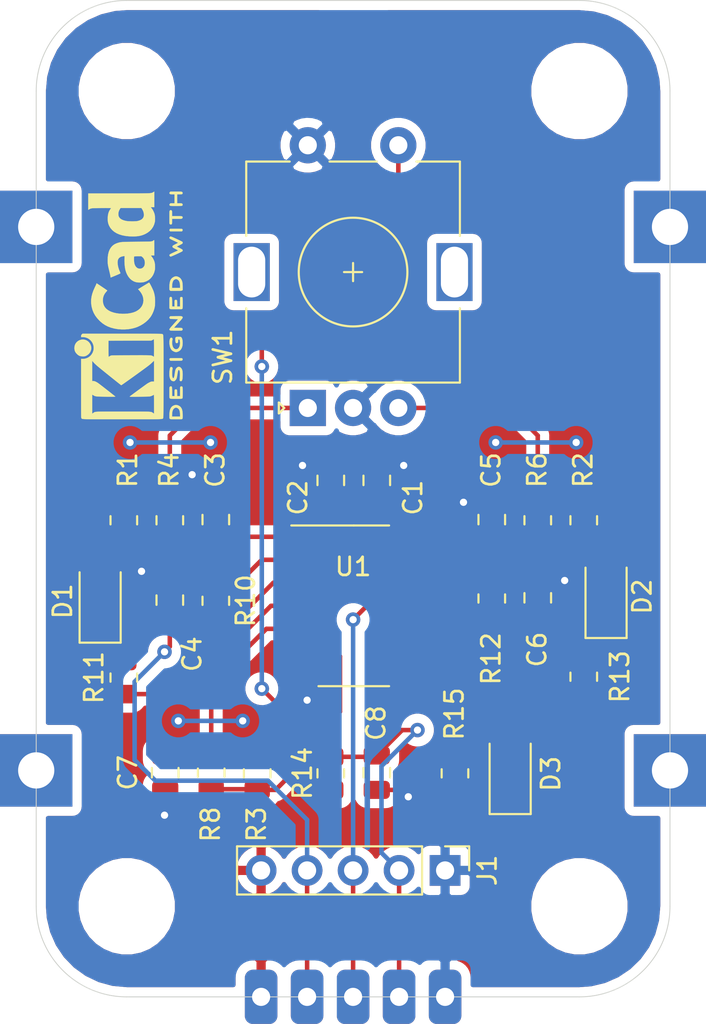
<source format=kicad_pcb>
(kicad_pcb (version 20171130) (host pcbnew 5.1.8-db9833491~88~ubuntu20.04.1)
  (layers (0 F.Cu signal) (31 B.Cu signal) (34 B.Paste user) (35 F.Paste user) (36 B.SilkS user) (37 F.SilkS user) (38 B.Mask user) (39 F.Mask user) (44 Edge.Cuts user))
  (net 0 "")
  (net 1 GND)
  (net 2 VCC)
  (net 3 1A)
  (net 4 2A)
  (net 5 3A)
  (net 6 4A)
  (net 7 5A)
  (net 8 6A)
  (net 9 "Net-(D1-Pad1)")
  (net 10 "Net-(D2-Pad1)")
  (net 11 "Net-(D3-Pad1)")
  (net 12 ROT_A)
  (net 13 ROT_B)
  (net 14 ROT_SW)
  (net 15 2Y)
  (net 16 4Y)
  (net 17 6Y)
  (net 18 1Y)
  (net 19 3Y)
  (net 20 5Y)
  (module Fiducial:Fiducial_1mm_Mask2mm (layer F.Cu) (at -7 37)
    (fp_text reference REF** hide)
    (fp_text value Fiducial_1mm_Mask2mm)
    (pad "" smd circle (at 0 0) (size 1 1) (layers F.Cu F.Mask) (clearance 0.5))
  )
  (module Fiducial:Fiducial_1mm_Mask2mm (layer F.Cu) (at 14 7)
    (fp_text reference REF** hide)
    (fp_text value Fiducial_1mm_Mask2mm)
    (pad "" smd circle (at 0 0) (size 1 1) (layers F.Cu F.Mask) (clearance 0.5))
  )
  (module Fiducial:Fiducial_1mm_Mask2mm (layer F.Cu) (at -6 -11)
    (fp_text reference REF** hide)
    (fp_text value Fiducial_1mm_Mask2mm)
    (pad "" smd circle (at 0 0) (size 1 1) (layers F.Cu F.Mask) (clearance 0.5))
  )
  (module Symbol:OSHW-Logo2_7.3x6mm_Copper (layer F.Cu) (at 0.021652 -11.655307)
    (fp_text reference REF** hide)
    (fp_text value OSHW-Logo2_7.3x6mm_Copper hide)
    (fp_poly (pts (xy -2.400256 1.919918) (xy -2.344799 1.947568) (xy -2.295852 1.99848) (xy -2.282371 2.017338) (xy -2.267686 2.042015) (xy -2.258158 2.068816) (xy -2.252707 2.104587) (xy -2.250253 2.156169) (xy -2.249714 2.224267) (xy -2.252148 2.317588) (xy -2.260606 2.387657) (xy -2.276826 2.439931) (xy -2.302546 2.479869) (xy -2.339503 2.512929) (xy -2.342218 2.514886) (xy -2.37864 2.534908) (xy -2.422498 2.544815) (xy -2.478276 2.547257) (xy -2.568952 2.547257) (xy -2.56899 2.635283) (xy -2.569834 2.684308) (xy -2.574976 2.713065) (xy -2.588413 2.730311) (xy -2.614142 2.744808) (xy -2.620321 2.747769) (xy -2.649236 2.761648) (xy -2.671624 2.770414) (xy -2.688271 2.771171) (xy -2.699964 2.761023) (xy -2.70749 2.737073) (xy -2.711634 2.696426) (xy -2.713185 2.636186) (xy -2.712929 2.553455) (xy -2.711651 2.445339) (xy -2.711252 2.413) (xy -2.709815 2.301524) (xy -2.708528 2.228603) (xy -2.569029 2.228603) (xy -2.568245 2.290499) (xy -2.56476 2.330997) (xy -2.556876 2.357708) (xy -2.542895 2.378244) (xy -2.533403 2.38826) (xy -2.494596 2.417567) (xy -2.460237 2.419952) (xy -2.424784 2.39575) (xy -2.423886 2.394857) (xy -2.409461 2.376153) (xy -2.400687 2.350732) (xy -2.396261 2.311584) (xy -2.394882 2.251697) (xy -2.394857 2.23843) (xy -2.398188 2.155901) (xy -2.409031 2.098691) (xy -2.42866 2.063766) (xy -2.45835 2.048094) (xy -2.475509 2.046514) (xy -2.516234 2.053926) (xy -2.544168 2.07833) (xy -2.560983 2.12298) (xy -2.56835 2.19113) (xy -2.569029 2.228603) (xy -2.708528 2.228603) (xy -2.708292 2.215245) (xy -2.706323 2.150333) (xy -2.70355 2.102958) (xy -2.699612 2.06929) (xy -2.694151 2.045498) (xy -2.686808 2.027753) (xy -2.677223 2.012224) (xy -2.673113 2.006381) (xy -2.618595 1.951185) (xy -2.549664 1.91989) (xy -2.469928 1.911165) (xy -2.400256 1.919918)) (layer F.Cu) (width 0.01))
    (fp_poly (pts (xy -1.283907 1.92778) (xy -1.237328 1.954723) (xy -1.204943 1.981466) (xy -1.181258 2.009484) (xy -1.164941 2.043748) (xy -1.154661 2.089227) (xy -1.149086 2.150892) (xy -1.146884 2.233711) (xy -1.146629 2.293246) (xy -1.146629 2.512391) (xy -1.208314 2.540044) (xy -1.27 2.567697) (xy -1.277257 2.32767) (xy -1.280256 2.238028) (xy -1.283402 2.172962) (xy -1.287299 2.128026) (xy -1.292553 2.09877) (xy -1.299769 2.080748) (xy -1.30955 2.069511) (xy -1.312688 2.067079) (xy -1.360239 2.048083) (xy -1.408303 2.0556) (xy -1.436914 2.075543) (xy -1.448553 2.089675) (xy -1.456609 2.10822) (xy -1.461729 2.136334) (xy -1.464559 2.179173) (xy -1.465744 2.241895) (xy -1.465943 2.307261) (xy -1.465982 2.389268) (xy -1.467386 2.447316) (xy -1.472086 2.486465) (xy -1.482013 2.51178) (xy -1.499097 2.528323) (xy -1.525268 2.541156) (xy -1.560225 2.554491) (xy -1.598404 2.569007) (xy -1.593859 2.311389) (xy -1.592029 2.218519) (xy -1.589888 2.149889) (xy -1.586819 2.100711) (xy -1.582206 2.066198) (xy -1.575432 2.041562) (xy -1.565881 2.022016) (xy -1.554366 2.00477) (xy -1.49881 1.94968) (xy -1.43102 1.917822) (xy -1.357287 1.910191) (xy -1.283907 1.92778)) (layer F.Cu) (width 0.01))
    (fp_poly (pts (xy -2.958885 1.921962) (xy -2.890855 1.957733) (xy -2.840649 2.015301) (xy -2.822815 2.052312) (xy -2.808937 2.107882) (xy -2.801833 2.178096) (xy -2.80116 2.254727) (xy -2.806573 2.329552) (xy -2.81773 2.394342) (xy -2.834286 2.440873) (xy -2.839374 2.448887) (xy -2.899645 2.508707) (xy -2.971231 2.544535) (xy -3.048908 2.55502) (xy -3.127452 2.53881) (xy -3.149311 2.529092) (xy -3.191878 2.499143) (xy -3.229237 2.459433) (xy -3.232768 2.454397) (xy -3.247119 2.430124) (xy -3.256606 2.404178) (xy -3.26221 2.370022) (xy -3.264914 2.321119) (xy -3.265701 2.250935) (xy -3.265714 2.2352) (xy -3.265678 2.230192) (xy -3.120571 2.230192) (xy -3.119727 2.29643) (xy -3.116404 2.340386) (xy -3.109417 2.368779) (xy -3.097584 2.388325) (xy -3.091543 2.394857) (xy -3.056814 2.41968) (xy -3.023097 2.418548) (xy -2.989005 2.397016) (xy -2.968671 2.374029) (xy -2.956629 2.340478) (xy -2.949866 2.287569) (xy -2.949402 2.281399) (xy -2.948248 2.185513) (xy -2.960312 2.114299) (xy -2.98543 2.068194) (xy -3.02344 2.047635) (xy -3.037008 2.046514) (xy -3.072636 2.052152) (xy -3.097006 2.071686) (xy -3.111907 2.109042) (xy -3.119125 2.16815) (xy -3.120571 2.230192) (xy -3.265678 2.230192) (xy -3.265174 2.160413) (xy -3.262904 2.108159) (xy -3.257932 2.071949) (xy -3.249287 2.045299) (xy -3.235995 2.021722) (xy -3.233057 2.017338) (xy -3.183687 1.958249) (xy -3.129891 1.923947) (xy -3.064398 1.910331) (xy -3.042158 1.909665) (xy -2.958885 1.921962)) (layer F.Cu) (width 0.01))
    (fp_poly (pts (xy -1.831697 1.931239) (xy -1.774473 1.969735) (xy -1.730251 2.025335) (xy -1.703833 2.096086) (xy -1.69849 2.148162) (xy -1.699097 2.169893) (xy -1.704178 2.186531) (xy -1.718145 2.201437) (xy -1.745411 2.217973) (xy -1.790388 2.239498) (xy -1.857489 2.269374) (xy -1.857829 2.269524) (xy -1.919593 2.297813) (xy -1.970241 2.322933) (xy -2.004596 2.342179) (xy -2.017482 2.352848) (xy -2.017486 2.352934) (xy -2.006128 2.376166) (xy -1.979569 2.401774) (xy -1.949077 2.420221) (xy -1.93363 2.423886) (xy -1.891485 2.411212) (xy -1.855192 2.379471) (xy -1.837483 2.344572) (xy -1.820448 2.318845) (xy -1.787078 2.289546) (xy -1.747851 2.264235) (xy -1.713244 2.250471) (xy -1.706007 2.249714) (xy -1.697861 2.26216) (xy -1.69737 2.293972) (xy -1.703357 2.336866) (xy -1.714643 2.382558) (xy -1.73005 2.422761) (xy -1.730829 2.424322) (xy -1.777196 2.489062) (xy -1.837289 2.533097) (xy -1.905535 2.554711) (xy -1.976362 2.552185) (xy -2.044196 2.523804) (xy -2.047212 2.521808) (xy -2.100573 2.473448) (xy -2.13566 2.410352) (xy -2.155078 2.327387) (xy -2.157684 2.304078) (xy -2.162299 2.194055) (xy -2.156767 2.142748) (xy -2.017486 2.142748) (xy -2.015676 2.174753) (xy -2.005778 2.184093) (xy -1.981102 2.177105) (xy -1.942205 2.160587) (xy -1.898725 2.139881) (xy -1.897644 2.139333) (xy -1.860791 2.119949) (xy -1.846 2.107013) (xy -1.849647 2.093451) (xy -1.865005 2.075632) (xy -1.904077 2.049845) (xy -1.946154 2.04795) (xy -1.983897 2.066717) (xy -2.009966 2.102915) (xy -2.017486 2.142748) (xy -2.156767 2.142748) (xy -2.152806 2.106027) (xy -2.12845 2.036212) (xy -2.094544 1.987302) (xy -2.033347 1.937878) (xy -1.965937 1.913359) (xy -1.89712 1.911797) (xy -1.831697 1.931239)) (layer F.Cu) (width 0.01))
    (fp_poly (pts (xy -0.624114 1.851289) (xy -0.619861 1.910613) (xy -0.614975 1.945572) (xy -0.608205 1.96082) (xy -0.598298 1.961015) (xy -0.595086 1.959195) (xy -0.552356 1.946015) (xy -0.496773 1.946785) (xy -0.440263 1.960333) (xy -0.404918 1.977861) (xy -0.368679 2.005861) (xy -0.342187 2.037549) (xy -0.324001 2.077813) (xy -0.312678 2.131543) (xy -0.306778 2.203626) (xy -0.304857 2.298951) (xy -0.304823 2.317237) (xy -0.3048 2.522646) (xy -0.350509 2.53858) (xy -0.382973 2.54942) (xy -0.400785 2.554468) (xy -0.401309 2.554514) (xy -0.403063 2.540828) (xy -0.404556 2.503076) (xy -0.405674 2.446224) (xy -0.406303 2.375234) (xy -0.4064 2.332073) (xy -0.406602 2.246973) (xy -0.407642 2.185981) (xy -0.410169 2.144177) (xy -0.414836 2.116642) (xy -0.422293 2.098456) (xy -0.433189 2.084698) (xy -0.439993 2.078073) (xy -0.486728 2.051375) (xy -0.537728 2.049375) (xy -0.583999 2.071955) (xy -0.592556 2.080107) (xy -0.605107 2.095436) (xy -0.613812 2.113618) (xy -0.619369 2.139909) (xy -0.622474 2.179562) (xy -0.623824 2.237832) (xy -0.624114 2.318173) (xy -0.624114 2.522646) (xy -0.669823 2.53858) (xy -0.702287 2.54942) (xy -0.720099 2.554468) (xy -0.720623 2.554514) (xy -0.721963 2.540623) (xy -0.723172 2.501439) (xy -0.724199 2.4407) (xy -0.724998 2.362141) (xy -0.725519 2.269498) (xy -0.725714 2.166509) (xy -0.725714 1.769342) (xy -0.678543 1.749444) (xy -0.631371 1.729547) (xy -0.624114 1.851289)) (layer F.Cu) (width 0.01))
    (fp_poly (pts (xy 0.039744 1.950968) (xy 0.096616 1.972087) (xy 0.097267 1.972493) (xy 0.13244 1.99838) (xy 0.158407 2.028633) (xy 0.17667 2.068058) (xy 0.188732 2.121462) (xy 0.196096 2.193651) (xy 0.200264 2.289432) (xy 0.200629 2.303078) (xy 0.205876 2.508842) (xy 0.161716 2.531678) (xy 0.129763 2.54711) (xy 0.11047 2.554423) (xy 0.109578 2.554514) (xy 0.106239 2.541022) (xy 0.103587 2.504626) (xy 0.101956 2.451452) (xy 0.1016 2.408393) (xy 0.101592 2.338641) (xy 0.098403 2.294837) (xy 0.087288 2.273944) (xy 0.063501 2.272925) (xy 0.022296 2.288741) (xy -0.039914 2.317815) (xy -0.085659 2.341963) (xy -0.109187 2.362913) (xy -0.116104 2.385747) (xy -0.116114 2.386877) (xy -0.104701 2.426212) (xy -0.070908 2.447462) (xy -0.019191 2.450539) (xy 0.018061 2.450006) (xy 0.037703 2.460735) (xy 0.049952 2.486505) (xy 0.057002 2.519337) (xy 0.046842 2.537966) (xy 0.043017 2.540632) (xy 0.007001 2.55134) (xy -0.043434 2.552856) (xy -0.095374 2.545759) (xy -0.132178 2.532788) (xy -0.183062 2.489585) (xy -0.211986 2.429446) (xy -0.217714 2.382462) (xy -0.213343 2.340082) (xy -0.197525 2.305488) (xy -0.166203 2.274763) (xy -0.115322 2.24399) (xy -0.040824 2.209252) (xy -0.036286 2.207288) (xy 0.030821 2.176287) (xy 0.072232 2.150862) (xy 0.089981 2.128014) (xy 0.086107 2.104745) (xy 0.062643 2.078056) (xy 0.055627 2.071914) (xy 0.00863 2.0481) (xy -0.040067 2.049103) (xy -0.082478 2.072451) (xy -0.110616 2.115675) (xy -0.113231 2.12416) (xy -0.138692 2.165308) (xy -0.170999 2.185128) (xy -0.217714 2.20477) (xy -0.217714 2.15395) (xy -0.203504 2.080082) (xy -0.161325 2.012327) (xy -0.139376 1.989661) (xy -0.089483 1.960569) (xy -0.026033 1.9474) (xy 0.039744 1.950968)) (layer F.Cu) (width 0.01))
    (fp_poly (pts (xy 0.529926 1.949755) (xy 0.595858 1.974084) (xy 0.649273 2.017117) (xy 0.670164 2.047409) (xy 0.692939 2.102994) (xy 0.692466 2.143186) (xy 0.668562 2.170217) (xy 0.659717 2.174813) (xy 0.62153 2.189144) (xy 0.602028 2.185472) (xy 0.595422 2.161407) (xy 0.595086 2.148114) (xy 0.582992 2.09921) (xy 0.551471 2.064999) (xy 0.507659 2.048476) (xy 0.458695 2.052634) (xy 0.418894 2.074227) (xy 0.40545 2.086544) (xy 0.395921 2.101487) (xy 0.389485 2.124075) (xy 0.385317 2.159328) (xy 0.382597 2.212266) (xy 0.380502 2.287907) (xy 0.37996 2.311857) (xy 0.377981 2.39379) (xy 0.375731 2.451455) (xy 0.372357 2.489608) (xy 0.367006 2.513004) (xy 0.358824 2.526398) (xy 0.346959 2.534545) (xy 0.339362 2.538144) (xy 0.307102 2.550452) (xy 0.288111 2.554514) (xy 0.281836 2.540948) (xy 0.278006 2.499934) (xy 0.2766 2.430999) (xy 0.277598 2.333669) (xy 0.277908 2.318657) (xy 0.280101 2.229859) (xy 0.282693 2.165019) (xy 0.286382 2.119067) (xy 0.291864 2.086935) (xy 0.299835 2.063553) (xy 0.310993 2.043852) (xy 0.31683 2.03541) (xy 0.350296 1.998057) (xy 0.387727 1.969003) (xy 0.392309 1.966467) (xy 0.459426 1.946443) (xy 0.529926 1.949755)) (layer F.Cu) (width 0.01))
    (fp_poly (pts (xy 1.190117 2.065358) (xy 1.189933 2.173837) (xy 1.189219 2.257287) (xy 1.187675 2.319704) (xy 1.185001 2.365085) (xy 1.180894 2.397429) (xy 1.175055 2.420733) (xy 1.167182 2.438995) (xy 1.161221 2.449418) (xy 1.111855 2.505945) (xy 1.049264 2.541377) (xy 0.980013 2.55409) (xy 0.910668 2.542463) (xy 0.869375 2.521568) (xy 0.826025 2.485422) (xy 0.796481 2.441276) (xy 0.778655 2.383462) (xy 0.770463 2.306313) (xy 0.769302 2.249714) (xy 0.769458 2.245647) (xy 0.870857 2.245647) (xy 0.871476 2.31055) (xy 0.874314 2.353514) (xy 0.88084 2.381622) (xy 0.892523 2.401953) (xy 0.906483 2.417288) (xy 0.953365 2.44689) (xy 1.003701 2.449419) (xy 1.051276 2.424705) (xy 1.054979 2.421356) (xy 1.070783 2.403935) (xy 1.080693 2.383209) (xy 1.086058 2.352362) (xy 1.088228 2.304577) (xy 1.088571 2.251748) (xy 1.087827 2.185381) (xy 1.084748 2.141106) (xy 1.078061 2.112009) (xy 1.066496 2.091173) (xy 1.057013 2.080107) (xy 1.01296 2.052198) (xy 0.962224 2.048843) (xy 0.913796 2.070159) (xy 0.90445 2.078073) (xy 0.88854 2.095647) (xy 0.87861 2.116587) (xy 0.873278 2.147782) (xy 0.871163 2.196122) (xy 0.870857 2.245647) (xy 0.769458 2.245647) (xy 0.77281 2.158568) (xy 0.784726 2.090086) (xy 0.807135 2.0386) (xy 0.842124 1.998443) (xy 0.869375 1.977861) (xy 0.918907 1.955625) (xy 0.976316 1.945304) (xy 1.029682 1.948067) (xy 1.059543 1.959212) (xy 1.071261 1.962383) (xy 1.079037 1.950557) (xy 1.084465 1.918866) (xy 1.088571 1.870593) (xy 1.093067 1.816829) (xy 1.099313 1.784482) (xy 1.110676 1.765985) (xy 1.130528 1.75377) (xy 1.143 1.748362) (xy 1.190171 1.728601) (xy 1.190117 2.065358)) (layer F.Cu) (width 0.01))
    (fp_poly (pts (xy 1.779833 1.958663) (xy 1.782048 1.99685) (xy 1.783784 2.054886) (xy 1.784899 2.12818) (xy 1.785257 2.205055) (xy 1.785257 2.465196) (xy 1.739326 2.511127) (xy 1.707675 2.539429) (xy 1.67989 2.550893) (xy 1.641915 2.550168) (xy 1.62684 2.548321) (xy 1.579726 2.542948) (xy 1.540756 2.539869) (xy 1.531257 2.539585) (xy 1.499233 2.541445) (xy 1.453432 2.546114) (xy 1.435674 2.548321) (xy 1.392057 2.551735) (xy 1.362745 2.54432) (xy 1.33368 2.521427) (xy 1.323188 2.511127) (xy 1.277257 2.465196) (xy 1.277257 1.978602) (xy 1.314226 1.961758) (xy 1.346059 1.949282) (xy 1.364683 1.944914) (xy 1.369458 1.958718) (xy 1.373921 1.997286) (xy 1.377775 2.056356) (xy 1.380722 2.131663) (xy 1.382143 2.195286) (xy 1.386114 2.445657) (xy 1.420759 2.450556) (xy 1.452268 2.447131) (xy 1.467708 2.436041) (xy 1.472023 2.415308) (xy 1.475708 2.371145) (xy 1.478469 2.309146) (xy 1.480012 2.234909) (xy 1.480235 2.196706) (xy 1.480457 1.976783) (xy 1.526166 1.960849) (xy 1.558518 1.950015) (xy 1.576115 1.944962) (xy 1.576623 1.944914) (xy 1.578388 1.958648) (xy 1.580329 1.99673) (xy 1.582282 2.054482) (xy 1.584084 2.127227) (xy 1.585343 2.195286) (xy 1.589314 2.445657) (xy 1.6764 2.445657) (xy 1.680396 2.21724) (xy 1.684392 1.988822) (xy 1.726847 1.966868) (xy 1.758192 1.951793) (xy 1.776744 1.944951) (xy 1.777279 1.944914) (xy 1.779833 1.958663)) (layer F.Cu) (width 0.01))
    (fp_poly (pts (xy 2.144876 1.956335) (xy 2.186667 1.975344) (xy 2.219469 1.998378) (xy 2.243503 2.024133) (xy 2.260097 2.057358) (xy 2.270577 2.1028) (xy 2.276271 2.165207) (xy 2.278507 2.249327) (xy 2.278743 2.304721) (xy 2.278743 2.520826) (xy 2.241774 2.53767) (xy 2.212656 2.549981) (xy 2.198231 2.554514) (xy 2.195472 2.541025) (xy 2.193282 2.504653) (xy 2.191942 2.451542) (xy 2.191657 2.409372) (xy 2.190434 2.348447) (xy 2.187136 2.300115) (xy 2.182321 2.270518) (xy 2.178496 2.264229) (xy 2.152783 2.270652) (xy 2.112418 2.287125) (xy 2.065679 2.309458) (xy 2.020845 2.333457) (xy 1.986193 2.35493) (xy 1.970002 2.369685) (xy 1.969938 2.369845) (xy 1.97133 2.397152) (xy 1.983818 2.423219) (xy 2.005743 2.444392) (xy 2.037743 2.451474) (xy 2.065092 2.450649) (xy 2.103826 2.450042) (xy 2.124158 2.459116) (xy 2.136369 2.483092) (xy 2.137909 2.487613) (xy 2.143203 2.521806) (xy 2.129047 2.542568) (xy 2.092148 2.552462) (xy 2.052289 2.554292) (xy 1.980562 2.540727) (xy 1.943432 2.521355) (xy 1.897576 2.475845) (xy 1.873256 2.419983) (xy 1.871073 2.360957) (xy 1.891629 2.305953) (xy 1.922549 2.271486) (xy 1.95342 2.252189) (xy 2.001942 2.227759) (xy 2.058485 2.202985) (xy 2.06791 2.199199) (xy 2.130019 2.171791) (xy 2.165822 2.147634) (xy 2.177337 2.123619) (xy 2.16658 2.096635) (xy 2.148114 2.075543) (xy 2.104469 2.049572) (xy 2.056446 2.047624) (xy 2.012406 2.067637) (xy 1.980709 2.107551) (xy 1.976549 2.117848) (xy 1.952327 2.155724) (xy 1.916965 2.183842) (xy 1.872343 2.206917) (xy 1.872343 2.141485) (xy 1.874969 2.101506) (xy 1.88623 2.069997) (xy 1.911199 2.036378) (xy 1.935169 2.010484) (xy 1.972441 1.973817) (xy 2.001401 1.954121) (xy 2.032505 1.94622) (xy 2.067713 1.944914) (xy 2.144876 1.956335)) (layer F.Cu) (width 0.01))
    (fp_poly (pts (xy 2.6526 1.958752) (xy 2.669948 1.966334) (xy 2.711356 1.999128) (xy 2.746765 2.046547) (xy 2.768664 2.097151) (xy 2.772229 2.122098) (xy 2.760279 2.156927) (xy 2.734067 2.175357) (xy 2.705964 2.186516) (xy 2.693095 2.188572) (xy 2.686829 2.173649) (xy 2.674456 2.141175) (xy 2.669028 2.126502) (xy 2.63859 2.075744) (xy 2.59452 2.050427) (xy 2.53801 2.051206) (xy 2.533825 2.052203) (xy 2.503655 2.066507) (xy 2.481476 2.094393) (xy 2.466327 2.139287) (xy 2.45725 2.204615) (xy 2.453286 2.293804) (xy 2.452914 2.341261) (xy 2.45273 2.416071) (xy 2.451522 2.467069) (xy 2.448309 2.499471) (xy 2.442109 2.518495) (xy 2.43194 2.529356) (xy 2.416819 2.537272) (xy 2.415946 2.53767) (xy 2.386828 2.549981) (xy 2.372403 2.554514) (xy 2.370186 2.540809) (xy 2.368289 2.502925) (xy 2.366847 2.445715) (xy 2.365998 2.374027) (xy 2.365829 2.321565) (xy 2.366692 2.220047) (xy 2.37007 2.143032) (xy 2.377142 2.086023) (xy 2.389088 2.044526) (xy 2.40709 2.014043) (xy 2.432327 1.99008) (xy 2.457247 1.973355) (xy 2.517171 1.951097) (xy 2.586911 1.946076) (xy 2.6526 1.958752)) (layer F.Cu) (width 0.01))
    (fp_poly (pts (xy 3.153595 1.966966) (xy 3.211021 2.004497) (xy 3.238719 2.038096) (xy 3.260662 2.099064) (xy 3.262405 2.147308) (xy 3.258457 2.211816) (xy 3.109686 2.276934) (xy 3.037349 2.310202) (xy 2.990084 2.336964) (xy 2.965507 2.360144) (xy 2.961237 2.382667) (xy 2.974889 2.407455) (xy 2.989943 2.423886) (xy 3.033746 2.450235) (xy 3.081389 2.452081) (xy 3.125145 2.431546) (xy 3.157289 2.390752) (xy 3.163038 2.376347) (xy 3.190576 2.331356) (xy 3.222258 2.312182) (xy 3.265714 2.295779) (xy 3.265714 2.357966) (xy 3.261872 2.400283) (xy 3.246823 2.435969) (xy 3.21528 2.476943) (xy 3.210592 2.482267) (xy 3.175506 2.51872) (xy 3.145347 2.538283) (xy 3.107615 2.547283) (xy 3.076335 2.55023) (xy 3.020385 2.550965) (xy 2.980555 2.54166) (xy 2.955708 2.527846) (xy 2.916656 2.497467) (xy 2.889625 2.464613) (xy 2.872517 2.423294) (xy 2.863238 2.367521) (xy 2.859693 2.291305) (xy 2.85941 2.252622) (xy 2.860372 2.206247) (xy 2.948007 2.206247) (xy 2.949023 2.231126) (xy 2.951556 2.2352) (xy 2.968274 2.229665) (xy 3.004249 2.215017) (xy 3.052331 2.19419) (xy 3.062386 2.189714) (xy 3.123152 2.158814) (xy 3.156632 2.131657) (xy 3.16399 2.10622) (xy 3.146391 2.080481) (xy 3.131856 2.069109) (xy 3.07941 2.046364) (xy 3.030322 2.050122) (xy 2.989227 2.077884) (xy 2.960758 2.127152) (xy 2.951631 2.166257) (xy 2.948007 2.206247) (xy 2.860372 2.206247) (xy 2.861285 2.162249) (xy 2.868196 2.095384) (xy 2.881884 2.046695) (xy 2.904096 2.010849) (xy 2.936574 1.982513) (xy 2.950733 1.973355) (xy 3.015053 1.949507) (xy 3.085473 1.948006) (xy 3.153595 1.966966)) (layer F.Cu) (width 0.01))
    (fp_poly (pts (xy 0.10391 -2.757652) (xy 0.182454 -2.757222) (xy 0.239298 -2.756058) (xy 0.278105 -2.753793) (xy 0.302538 -2.75006) (xy 0.316262 -2.744494) (xy 0.32294 -2.736727) (xy 0.326236 -2.726395) (xy 0.326556 -2.725057) (xy 0.331562 -2.700921) (xy 0.340829 -2.653299) (xy 0.353392 -2.587259) (xy 0.368287 -2.507872) (xy 0.384551 -2.420204) (xy 0.385119 -2.417125) (xy 0.40141 -2.331211) (xy 0.416652 -2.255304) (xy 0.429861 -2.193955) (xy 0.440054 -2.151718) (xy 0.446248 -2.133145) (xy 0.446543 -2.132816) (xy 0.464788 -2.123747) (xy 0.502405 -2.108633) (xy 0.551271 -2.090738) (xy 0.551543 -2.090642) (xy 0.613093 -2.067507) (xy 0.685657 -2.038035) (xy 0.754057 -2.008403) (xy 0.757294 -2.006938) (xy 0.868702 -1.956374) (xy 1.115399 -2.12484) (xy 1.191077 -2.176197) (xy 1.259631 -2.222111) (xy 1.317088 -2.25997) (xy 1.359476 -2.287163) (xy 1.382825 -2.301079) (xy 1.385042 -2.302111) (xy 1.40201 -2.297516) (xy 1.433701 -2.275345) (xy 1.481352 -2.234553) (xy 1.546198 -2.174095) (xy 1.612397 -2.109773) (xy 1.676214 -2.046388) (xy 1.733329 -1.988549) (xy 1.780305 -1.939825) (xy 1.813703 -1.90379) (xy 1.830085 -1.884016) (xy 1.830694 -1.882998) (xy 1.832505 -1.869428) (xy 1.825683 -1.847267) (xy 1.80854 -1.813522) (xy 1.779393 -1.7652) (xy 1.736555 -1.699308) (xy 1.679448 -1.614483) (xy 1.628766 -1.539823) (xy 1.583461 -1.47286) (xy 1.54615 -1.417484) (xy 1.519452 -1.37758) (xy 1.505985 -1.357038) (xy 1.505137 -1.355644) (xy 1.506781 -1.335962) (xy 1.519245 -1.297707) (xy 1.540048 -1.248111) (xy 1.547462 -1.232272) (xy 1.579814 -1.16171) (xy 1.614328 -1.081647) (xy 1.642365 -1.012371) (xy 1.662568 -0.960955) (xy 1.678615 -0.921881) (xy 1.687888 -0.901459) (xy 1.689041 -0.899886) (xy 1.706096 -0.897279) (xy 1.746298 -0.890137) (xy 1.804302 -0.879477) (xy 1.874763 -0.866315) (xy 1.952335 -0.851667) (xy 2.031672 -0.836551) (xy 2.107431 -0.821982) (xy 2.174264 -0.808978) (xy 2.226828 -0.798555) (xy 2.259776 -0.79173) (xy 2.267857 -0.789801) (xy 2.276205 -0.785038) (xy 2.282506 -0.774282) (xy 2.287045 -0.753902) (xy 2.290104 -0.720266) (xy 2.291967 -0.669745) (xy 2.292918 -0.598708) (xy 2.29324 -0.503524) (xy 2.293257 -0.464508) (xy 2.293257 -0.147201) (xy 2.217057 -0.132161) (xy 2.174663 -0.124005) (xy 2.1114 -0.112101) (xy 2.034962 -0.097884) (xy 1.953043 -0.08279) (xy 1.9304 -0.078645) (xy 1.854806 -0.063947) (xy 1.788953 -0.049495) (xy 1.738366 -0.036625) (xy 1.708574 -0.026678) (xy 1.703612 -0.023713) (xy 1.691426 -0.002717) (xy 1.673953 0.037967) (xy 1.654577 0.090322) (xy 1.650734 0.1016) (xy 1.625339 0.171523) (xy 1.593817 0.250418) (xy 1.562969 0.321266) (xy 1.562817 0.321595) (xy 1.511447 0.432733) (xy 1.680399 0.681253) (xy 1.849352 0.929772) (xy 1.632429 1.147058) (xy 1.566819 1.211726) (xy 1.506979 1.268733) (xy 1.456267 1.315033) (xy 1.418046 1.347584) (xy 1.395675 1.363343) (xy 1.392466 1.364343) (xy 1.373626 1.356469) (xy 1.33518 1.334578) (xy 1.28133 1.301267) (xy 1.216276 1.259131) (xy 1.14594 1.211943) (xy 1.074555 1.16381) (xy 1.010908 1.121928) (xy 0.959041 1.088871) (xy 0.922995 1.067218) (xy 0.906867 1.059543) (xy 0.887189 1.066037) (xy 0.849875 1.08315) (xy 0.802621 1.107326) (xy 0.797612 1.110013) (xy 0.733977 1.141927) (xy 0.690341 1.157579) (xy 0.663202 1.157745) (xy 0.649057 1.143204) (xy 0.648975 1.143) (xy 0.641905 1.125779) (xy 0.625042 1.084899) (xy 0.599695 1.023525) (xy 0.567171 0.944819) (xy 0.528778 0.851947) (xy 0.485822 0.748072) (xy 0.444222 0.647502) (xy 0.398504 0.536516) (xy 0.356526 0.433703) (xy 0.319548 0.342215) (xy 0.288827 0.265201) (xy 0.265622 0.205815) (xy 0.25119 0.167209) (xy 0.246743 0.1528) (xy 0.257896 0.136272) (xy 0.287069 0.10993) (xy 0.325971 0.080887) (xy 0.436757 -0.010961) (xy 0.523351 -0.116241) (xy 0.584716 -0.232734) (xy 0.619815 -0.358224) (xy 0.627608 -0.490493) (xy 0.621943 -0.551543) (xy 0.591078 -0.678205) (xy 0.53792 -0.790059) (xy 0.465767 -0.885999) (xy 0.377917 -0.964924) (xy 0.277665 -1.02573) (xy 0.16831 -1.067313) (xy 0.053147 -1.088572) (xy -0.064525 -1.088401) (xy -0.18141 -1.065699) (xy -0.294211 -1.019362) (xy -0.399631 -0.948287) (xy -0.443632 -0.908089) (xy -0.528021 -0.804871) (xy -0.586778 -0.692075) (xy -0.620296 -0.57299) (xy -0.628965 -0.450905) (xy -0.613177 -0.329107) (xy -0.573322 -0.210884) (xy -0.509793 -0.099525) (xy -0.422979 0.001684) (xy -0.325971 0.080887) (xy -0.285563 0.111162) (xy -0.257018 0.137219) (xy -0.246743 0.152825) (xy -0.252123 0.169843) (xy -0.267425 0.2105) (xy -0.291388 0.271642) (xy -0.322756 0.350119) (xy -0.360268 0.44278) (xy -0.402667 0.546472) (xy -0.444337 0.647526) (xy -0.49031 0.758607) (xy -0.532893 0.861541) (xy -0.570779 0.953165) (xy -0.60266 1.030316) (xy -0.627229 1.089831) (xy -0.64318 1.128544) (xy -0.64909 1.143) (xy -0.663052 1.157685) (xy -0.69006 1.157642) (xy -0.733587 1.142099) (xy -0.79711 1.110284) (xy -0.797612 1.110013) (xy -0.84544 1.085323) (xy -0.884103 1.067338) (xy -0.905905 1.059614) (xy -0.906867 1.059543) (xy -0.923279 1.067378) (xy -0.959513 1.089165) (xy -1.011526 1.122328) (xy -1.075275 1.164291) (xy -1.14594 1.211943) (xy -1.217884 1.260191) (xy -1.282726 1.302151) (xy -1.336265 1.335227) (xy -1.374303 1.356821) (xy -1.392467 1.364343) (xy -1.409192 1.354457) (xy -1.44282 1.326826) (xy -1.48999 1.284495) (xy -1.547342 1.230505) (xy -1.611516 1.167899) (xy -1.632503 1.146983) (xy -1.849501 0.929623) (xy -1.684332 0.68722) (xy -1.634136 0.612781) (xy -1.590081 0.545972) (xy -1.554638 0.490665) (xy -1.530281 0.450729) (xy -1.519478 0.430036) (xy -1.519162 0.428563) (xy -1.524857 0.409058) (xy -1.540174 0.369822) (xy -1.562463 0.31743) (xy -1.578107 0.282355) (xy -1.607359 0.215201) (xy -1.634906 0.147358) (xy -1.656263 0.090034) (xy -1.662065 0.072572) (xy -1.678548 0.025938) (xy -1.69466 -0.010095) (xy -1.70351 -0.023713) (xy -1.72304 -0.032048) (xy -1.765666 -0.043863) (xy -1.825855 -0.057819) (xy -1.898078 -0.072578) (xy -1.9304 -0.078645) (xy -2.012478 -0.093727) (xy -2.091205 -0.108331) (xy -2.158891 -0.12102) (xy -2.20784 -0.130358) (xy -2.217057 -0.132161) (xy -2.293257 -0.147201) (xy -2.293257 -0.464508) (xy -2.293086 -0.568846) (xy -2.292384 -0.647787) (xy -2.290866 -0.704962) (xy -2.288251 -0.744001) (xy -2.284254 -0.768535) (xy -2.278591 -0.782195) (xy -2.27098 -0.788611) (xy -2.267857 -0.789801) (xy -2.249022 -0.79402) (xy -2.207412 -0.802438) (xy -2.14837 -0.814039) (xy -2.077243 -0.827805) (xy -1.999375 -0.84272) (xy -1.920113 -0.857768) (xy -1.844802 -0.871931) (xy -1.778787 -0.884194) (xy -1.727413 -0.893539) (xy -1.696025 -0.89895) (xy -1.689041 -0.899886) (xy -1.682715 -0.912404) (xy -1.66871 -0.945754) (xy -1.649645 -0.993623) (xy -1.642366 -1.012371) (xy -1.613004 -1.084805) (xy -1.578429 -1.16483) (xy -1.547463 -1.232272) (xy -1.524677 -1.283841) (xy -1.509518 -1.326215) (xy -1.504458 -1.352166) (xy -1.505264 -1.355644) (xy -1.515959 -1.372064) (xy -1.54038 -1.408583) (xy -1.575905 -1.461313) (xy -1.619913 -1.526365) (xy -1.669783 -1.599849) (xy -1.679644 -1.614355) (xy -1.737508 -1.700296) (xy -1.780044 -1.765739) (xy -1.808946 -1.813696) (xy -1.82591 -1.84718) (xy -1.832633 -1.869205) (xy -1.83081 -1.882783) (xy -1.830764 -1.882869) (xy -1.816414 -1.900703) (xy -1.784677 -1.935183) (xy -1.73899 -1.982732) (xy -1.682796 -2.039778) (xy -1.619532 -2.102745) (xy -1.612398 -2.109773) (xy -1.53267 -2.18698) (xy -1.471143 -2.24367) (xy -1.426579 -2.28089) (xy -1.397743 -2.299685) (xy -1.385042 -2.302111) (xy -1.366506 -2.291529) (xy -1.328039 -2.267084) (xy -1.273614 -2.231388) (xy -1.207202 -2.187053) (xy -1.132775 -2.136689) (xy -1.115399 -2.12484) (xy -0.868703 -1.956374) (xy -0.757294 -2.006938) (xy -0.689543 -2.036405) (xy -0.616817 -2.066041) (xy -0.554297 -2.08967) (xy -0.551543 -2.090642) (xy -0.50264 -2.108543) (xy -0.464943 -2.12368) (xy -0.446575 -2.13279) (xy -0.446544 -2.132816) (xy -0.440715 -2.149283) (xy -0.430808 -2.189781) (xy -0.417805 -2.249758) (xy -0.402691 -2.32466) (xy -0.386448 -2.409936) (xy -0.385119 -2.417125) (xy -0.368825 -2.504986) (xy -0.353867 -2.58474) (xy -0.341209 -2.651319) (xy -0.331814 -2.699653) (xy -0.326646 -2.724675) (xy -0.326556 -2.725057) (xy -0.323411 -2.735701) (xy -0.317296 -2.743738) (xy -0.304547 -2.749533) (xy -0.2815 -2.753453) (xy -0.244491 -2.755865) (xy -0.189856 -2.757135) (xy -0.113933 -2.757629) (xy -0.013056 -2.757714) (xy 0 -2.757714) (xy 0.10391 -2.757652)) (layer F.Cu) (width 0.01))
  )
  (module Symbol:KiCad-Logo2_5mm_SilkScreen (layer F.Cu) (at -12.413223 1.839669 90)
    (fp_text reference REF** hide)
    (fp_text value KiCad-Logo2_5mm_SilkScreen hide)
  )
  (module tc-lib:pad_castellated_pcbmount (layer F.Cu) (at -17.5 -2.5)
    (fp_text reference REF** hide)
    (fp_text value pad_castellated_pcbmount hide)
    (pad 1 thru_hole rect (at 0 0) (size 4 4) (drill 2) (layers *.Cu *.Mask))
  )
  (module tc-lib:pad_castellated_pcbmount (layer F.Cu) (at 17.5 -2.5)
    (fp_text reference REF** hide)
    (fp_text value pad_castellated_pcbmount hide)
    (pad 1 thru_hole rect (at 0 0) (size 4 4) (drill 2) (layers *.Cu *.Mask))
  )
  (module tc-lib:pad_castellated_pcbmount (layer F.Cu) (at -17.5 27.5)
    (fp_text reference REF** hide)
    (fp_text value pad_castellated_pcbmount hide)
    (pad 1 thru_hole rect (at 0 0) (size 4 4) (drill 2) (layers *.Cu *.Mask))
  )
  (module tc-lib:pad_castellated_pcbmount (layer F.Cu) (at 17.5 27.5)
    (fp_text reference REF** hide)
    (fp_text value pad_castellated_pcbmount hide)
    (pad 1 thru_hole rect (at 0 0) (size 4 4) (drill 2) (layers *.Cu *.Mask))
  )
  (module LED_SMD:LED_1206_3216Metric (layer F.Cu) (at 8.6741 27.625 90)
    (fp_text reference D3 (at -0.061 2.2479 90) (layer F.SilkS))
    (fp_text value LED)
    (pad 2 smd roundrect (at 1.4 0 90) (size 1.25 1.75) (layers F.Cu F.Paste F.Mask) (roundrect_rratio 0.2) (net 2 VCC))
    (pad 1 smd roundrect (at -1.4 0 90) (size 1.25 1.75) (layers F.Cu F.Paste F.Mask) (roundrect_rratio 0.2) (net 11 "Net-(D3-Pad1)"))
  )
  (module LED_SMD:LED_1206_3216Metric (layer F.Cu) (at 13.97 17.907 90)
    (fp_text reference D2 (at 0 1.9939 90) (layer F.SilkS))
    (fp_text value LED)
    (pad 2 smd roundrect (at 1.4 0 90) (size 1.25 1.75) (layers F.Cu F.Paste F.Mask) (roundrect_rratio 0.2) (net 2 VCC))
    (pad 1 smd roundrect (at -1.4 0 90) (size 1.25 1.75) (layers F.Cu F.Paste F.Mask) (roundrect_rratio 0.2) (net 10 "Net-(D2-Pad1)"))
  )
  (module LED_SMD:LED_1206_3216Metric (layer F.Cu) (at -13.97 18.1635 90)
    (fp_text reference D1 (at 0 -2.0701 90) (layer F.SilkS))
    (fp_text value LED)
    (pad 2 smd roundrect (at 1.4 0 90) (size 1.25 1.75) (layers F.Cu F.Paste F.Mask) (roundrect_rratio 0.2) (net 2 VCC))
    (pad 1 smd roundrect (at -1.4 0 90) (size 1.25 1.75) (layers F.Cu F.Paste F.Mask) (roundrect_rratio 0.2) (net 9 "Net-(D1-Pad1)"))
  )
  (module tc-lib:pad_castellated_P2.54 (layer F.Cu) (at 5.08 40)
    (fp_text reference REF** hide)
    (fp_text value pad_castellated_P2.54 hide)
    (pad 1 thru_hole roundrect (at 0 0) (size 1.8 3) (drill 1) (layers *.Cu *.Mask) (net 1 GND))
  )
  (module tc-lib:pad_castellated_P2.54 (layer F.Cu) (at -5.08 40)
    (fp_text reference REF** hide)
    (fp_text value pad_castellated_P2.54 hide)
    (pad 1 thru_hole roundrect (at 0 0) (size 1.8 3) (drill 1) (layers *.Cu *.Mask) (net 2 VCC))
  )
  (module tc-lib:pad_castellated_P2.54 (layer F.Cu) (at -2.54 40)
    (fp_text reference REF** hide)
    (fp_text value pad_castellated_P2.54 hide)
    (pad 1 thru_hole roundrect (at 0 0) (size 1.8 3) (drill 1) (layers *.Cu *.Mask) (net 4 2A))
  )
  (module tc-lib:pad_castellated_P2.54 (layer F.Cu) (at 2.54 40)
    (fp_text reference REF** hide)
    (fp_text value pad_castellated_P2.54 hide)
    (pad 1 thru_hole roundrect (at 0 0) (size 1.8 3) (drill 1) (layers *.Cu *.Mask) (net 6 4A))
  )
  (module tc-lib:pad_castellated_P2.54 (layer F.Cu) (at 0 40)
    (fp_text reference REF** hide)
    (fp_text value pad_castellated_P2.54 hide)
    (pad 1 thru_hole roundrect (at 0 0) (size 1.8 3) (drill 1) (layers *.Cu *.Mask) (net 7 5A))
  )
  (module Connector_PinHeader_2.54mm:PinHeader_1x05_P2.54mm_Vertical (layer F.Cu) (at 5.08 33.02 270)
    (fp_text reference J1 (at 0 -2.33 90) (layer F.SilkS))
    (fp_text value B5B-XH-A_LF__SN_)
    (pad 5 thru_hole oval (at 0 10.16 270) (size 1.7 1.7) (drill 1) (layers *.Cu *.Mask) (net 2 VCC))
    (pad 4 thru_hole oval (at 0 7.62 270) (size 1.7 1.7) (drill 1) (layers *.Cu *.Mask) (net 4 2A))
    (pad 3 thru_hole oval (at 0 5.08 270) (size 1.7 1.7) (drill 1) (layers *.Cu *.Mask) (net 7 5A))
    (pad 2 thru_hole oval (at 0 2.54 270) (size 1.7 1.7) (drill 1) (layers *.Cu *.Mask) (net 6 4A))
    (pad 1 thru_hole rect (at 0 0 270) (size 1.7 1.7) (drill 1) (layers *.Cu *.Mask) (net 1 GND))
  )
  (module MountingHole:MountingHole_4.3mm_M4_ISO7380 (layer F.Cu) (at -12.5 -10)
    (fp_text reference H4 hide)
    (fp_text value MountingHole)
    (pad 1 np_thru_hole circle (at 0 0) (size 4.3 4.3) (drill 4.3) (layers *.Cu *.Mask))
  )
  (module MountingHole:MountingHole_4.3mm_M4_ISO7380 (layer F.Cu) (at 12.5 -10)
    (fp_text reference H3 hide)
    (fp_text value MountingHole)
    (pad 1 np_thru_hole circle (at 0 0) (size 4.3 4.3) (drill 4.3) (layers *.Cu *.Mask))
  )
  (module MountingHole:MountingHole_4.3mm_M4_ISO7380 (layer F.Cu) (at -12.5 35)
    (fp_text reference H2 hide)
    (fp_text value MountingHole)
    (pad 1 np_thru_hole circle (at 0 0) (size 4.3 4.3) (drill 4.3) (layers *.Cu *.Mask))
  )
  (module MountingHole:MountingHole_4.3mm_M4_ISO7380 (layer F.Cu) (at 12.5 35)
    (fp_text reference H1 hide)
    (fp_text value MountingHole)
    (pad 1 np_thru_hole circle (at 0 0) (size 4.3 4.3) (drill 4.3) (layers *.Cu *.Mask))
  )
  (module Rotary_Encoder:RotaryEncoder_Alps_EC11E-Switch_Vertical_H20mm (layer F.Cu) (at -2.5019 7.493 90)
    (fp_text reference SW1 (at 2.8 -4.7 90) (layer F.SilkS))
    (fp_text value Rotary_Encoder_Switch)
    (pad A thru_hole rect (at 0 0 90) (size 2 2) (drill 1) (layers *.Cu *.Mask) (net 12 ROT_A))
    (pad C thru_hole circle (at 0 2.5 90) (size 2 2) (drill 1) (layers *.Cu *.Mask) (net 1 GND))
    (pad B thru_hole circle (at 0 5 90) (size 2 2) (drill 1) (layers *.Cu *.Mask) (net 13 ROT_B))
    (pad MP thru_hole rect (at 7.5 -3.1 90) (size 3.2 2) (drill oval 2.8 1.5) (layers *.Cu *.Mask))
    (pad MP thru_hole rect (at 7.5 8.1 90) (size 3.2 2) (drill oval 2.8 1.5) (layers *.Cu *.Mask))
    (pad S2 thru_hole circle (at 14.5 0 90) (size 2 2) (drill 1) (layers *.Cu *.Mask) (net 1 GND))
    (pad S1 thru_hole circle (at 14.5 5 90) (size 2 2) (drill 1) (layers *.Cu *.Mask) (net 14 ROT_SW))
  )
  (module Package_SO:SOIC-14_3.9x8.7mm_P1.27mm (layer F.Cu) (at 0.0381 18.415)
    (fp_text reference U1 (at -0.0381 -2.159) (layer F.SilkS))
    (fp_text value SN74HC14DR)
    (pad 14 smd roundrect (at 2.475 -3.81) (size 1.95 0.6) (layers F.Cu F.Paste F.Mask) (net 2 VCC))
    (pad 13 smd roundrect (at 2.475 -2.54) (size 1.95 0.6) (layers F.Cu F.Paste F.Mask) (net 8 6A))
    (pad 12 smd roundrect (at 2.475 -1.27) (size 1.95 0.6) (layers F.Cu F.Paste F.Mask) (net 17 6Y))
    (pad 11 smd roundrect (at 2.475 0) (size 1.95 0.6) (layers F.Cu F.Paste F.Mask) (net 7 5A))
    (pad 10 smd roundrect (at 2.475 1.27) (size 1.95 0.6) (layers F.Cu F.Paste F.Mask) (net 20 5Y))
    (pad 9 smd roundrect (at 2.475 2.54) (size 1.95 0.6) (layers F.Cu F.Paste F.Mask) (net 6 4A))
    (pad 8 smd roundrect (at 2.475 3.81) (size 1.95 0.6) (layers F.Cu F.Paste F.Mask) (net 16 4Y))
    (pad 7 smd roundrect (at -2.475 3.81) (size 1.95 0.6) (layers F.Cu F.Paste F.Mask) (net 1 GND))
    (pad 6 smd roundrect (at -2.475 2.54) (size 1.95 0.6) (layers F.Cu F.Paste F.Mask) (net 19 3Y))
    (pad 5 smd roundrect (at -2.475 1.27) (size 1.95 0.6) (layers F.Cu F.Paste F.Mask) (net 5 3A))
    (pad 4 smd roundrect (at -2.475 0) (size 1.95 0.6) (layers F.Cu F.Paste F.Mask) (net 15 2Y))
    (pad 3 smd roundrect (at -2.475 -1.27) (size 1.95 0.6) (layers F.Cu F.Paste F.Mask) (net 4 2A))
    (pad 2 smd roundrect (at -2.475 -2.54) (size 1.95 0.6) (layers F.Cu F.Paste F.Mask) (net 18 1Y))
    (pad 1 smd roundrect (at -2.475 -3.81) (size 1.95 0.6) (layers F.Cu F.Paste F.Mask) (net 3 1A))
  )
  (module Resistor_SMD:R_0805_2012Metric (layer F.Cu) (at 5.6261 27.6625 270)
    (fp_text reference R15 (at -3.2785 0.0381 90) (layer F.SilkS))
    (fp_text value 1k)
    (pad 2 smd roundrect (at 0.9125 0 270) (size 1.025 1.4) (layers F.Cu F.Paste F.Mask) (roundrect_rratio 0.243902) (net 11 "Net-(D3-Pad1)"))
    (pad 1 smd roundrect (at -0.9125 0 270) (size 1.025 1.4) (layers F.Cu F.Paste F.Mask) (roundrect_rratio 0.243902) (net 16 4Y))
  )
  (module Resistor_SMD:R_0805_2012Metric (layer F.Cu) (at -1.2319 27.6625 90)
    (fp_text reference R14 (at 0 -1.5621 90) (layer F.SilkS))
    (fp_text value 5K1)
    (pad 2 smd roundrect (at 0.9125 0 90) (size 1.025 1.4) (layers F.Cu F.Paste F.Mask) (roundrect_rratio 0.243902) (net 6 4A))
    (pad 1 smd roundrect (at -0.9125 0 90) (size 1.025 1.4) (layers F.Cu F.Paste F.Mask) (roundrect_rratio 0.243902) (net 19 3Y))
  )
  (module Resistor_SMD:R_0805_2012Metric (layer F.Cu) (at 12.7381 22.3285 90)
    (fp_text reference R13 (at 0 1.9939 90) (layer F.SilkS))
    (fp_text value 1k)
    (pad 2 smd roundrect (at 0.9125 0 90) (size 1.025 1.4) (layers F.Cu F.Paste F.Mask) (roundrect_rratio 0.243902) (net 10 "Net-(D2-Pad1)"))
    (pad 1 smd roundrect (at -0.9125 0 90) (size 1.025 1.4) (layers F.Cu F.Paste F.Mask) (roundrect_rratio 0.243902) (net 20 5Y))
  )
  (module Resistor_SMD:R_0805_2012Metric (layer F.Cu) (at 7.6581 18.0105 270)
    (fp_text reference R12 (at 3.3255 0.0381 90) (layer F.SilkS))
    (fp_text value 5K1)
    (pad 2 smd roundrect (at 0.9125 0 270) (size 1.025 1.4) (layers F.Cu F.Paste F.Mask) (roundrect_rratio 0.243902) (net 7 5A))
    (pad 1 smd roundrect (at -0.9125 0 270) (size 1.025 1.4) (layers F.Cu F.Paste F.Mask) (roundrect_rratio 0.243902) (net 17 6Y))
  )
  (module Resistor_SMD:R_0805_2012Metric (layer F.Cu) (at -12.6619 22.3755 90)
    (fp_text reference R11 (at 0 -1.65 90) (layer F.SilkS))
    (fp_text value 1k)
    (pad 2 smd roundrect (at 0.9125 0 90) (size 1.025 1.4) (layers F.Cu F.Paste F.Mask) (roundrect_rratio 0.243902) (net 9 "Net-(D1-Pad1)"))
    (pad 1 smd roundrect (at -0.9125 0 90) (size 1.025 1.4) (layers F.Cu F.Paste F.Mask) (roundrect_rratio 0.243902) (net 15 2Y))
  )
  (module Resistor_SMD:R_0805_2012Metric (layer F.Cu) (at -7.5819 18.1375 270)
    (fp_text reference R10 (at 0 -1.65 90) (layer F.SilkS))
    (fp_text value 5K1)
    (pad 2 smd roundrect (at 0.9125 0 270) (size 1.025 1.4) (layers F.Cu F.Paste F.Mask) (roundrect_rratio 0.243902) (net 4 2A))
    (pad 1 smd roundrect (at -0.9125 0 270) (size 1.025 1.4) (layers F.Cu F.Paste F.Mask) (roundrect_rratio 0.243902) (net 18 1Y))
  )
  (module Resistor_SMD:R_0805_2012Metric (layer F.Cu) (at -7.8359 27.625 90)
    (fp_text reference R8 (at -2.855 -0.0381 90) (layer F.SilkS))
    (fp_text value 5K1)
    (pad 2 smd roundrect (at 0.9125 0 90) (size 1.025 1.4) (layers F.Cu F.Paste F.Mask) (roundrect_rratio 0.243902) (net 5 3A))
    (pad 1 smd roundrect (at -0.9125 0 90) (size 1.025 1.4) (layers F.Cu F.Paste F.Mask) (roundrect_rratio 0.243902) (net 14 ROT_SW))
  )
  (module Resistor_SMD:R_0805_2012Metric (layer F.Cu) (at 10.1981 13.6925 270)
    (fp_text reference R6 (at -2.7705 0.0381 90) (layer F.SilkS))
    (fp_text value 5K1)
    (pad 2 smd roundrect (at 0.9125 0 270) (size 1.025 1.4) (layers F.Cu F.Paste F.Mask) (roundrect_rratio 0.243902) (net 8 6A))
    (pad 1 smd roundrect (at -0.9125 0 270) (size 1.025 1.4) (layers F.Cu F.Paste F.Mask) (roundrect_rratio 0.243902) (net 13 ROT_B))
  )
  (module Resistor_SMD:R_0805_2012Metric (layer F.Cu) (at -10.1219 13.6925 270)
    (fp_text reference R4 (at -2.7705 0.0381 90) (layer F.SilkS))
    (fp_text value 5K1)
    (pad 2 smd roundrect (at 0.9125 0 270) (size 1.025 1.4) (layers F.Cu F.Paste F.Mask) (roundrect_rratio 0.243902) (net 3 1A))
    (pad 1 smd roundrect (at -0.9125 0 270) (size 1.025 1.4) (layers F.Cu F.Paste F.Mask) (roundrect_rratio 0.243902) (net 12 ROT_A))
  )
  (module Resistor_SMD:R_0805_2012Metric (layer F.Cu) (at -5.2959 27.6625 270)
    (fp_text reference R3 (at 2.8175 0.0381 90) (layer F.SilkS))
    (fp_text value 5K1)
    (pad 2 smd roundrect (at 0.9125 0 270) (size 1.025 1.4) (layers F.Cu F.Paste F.Mask) (roundrect_rratio 0.243902) (net 14 ROT_SW))
    (pad 1 smd roundrect (at -0.9125 0 270) (size 1.025 1.4) (layers F.Cu F.Paste F.Mask) (roundrect_rratio 0.243902) (net 2 VCC))
  )
  (module Resistor_SMD:R_0805_2012Metric (layer F.Cu) (at 12.7381 13.6925 90)
    (fp_text reference R2 (at 2.7705 -0.0381 90) (layer F.SilkS))
    (fp_text value 5K1)
    (pad 2 smd roundrect (at 0.9125 0 90) (size 1.025 1.4) (layers F.Cu F.Paste F.Mask) (roundrect_rratio 0.243902) (net 13 ROT_B))
    (pad 1 smd roundrect (at -0.9125 0 90) (size 1.025 1.4) (layers F.Cu F.Paste F.Mask) (roundrect_rratio 0.243902) (net 2 VCC))
  )
  (module Resistor_SMD:R_0805_2012Metric (layer F.Cu) (at -12.6619 13.6925 90)
    (fp_text reference R1 (at 2.7705 0.2159 90) (layer F.SilkS))
    (fp_text value 5K1)
    (pad 2 smd roundrect (at 0.9125 0 90) (size 1.025 1.4) (layers F.Cu F.Paste F.Mask) (roundrect_rratio 0.243902) (net 12 ROT_A))
    (pad 1 smd roundrect (at -0.9125 0 90) (size 1.025 1.4) (layers F.Cu F.Paste F.Mask) (roundrect_rratio 0.243902) (net 2 VCC))
  )
  (module Capacitor_SMD:C_0805_2012Metric (layer F.Cu) (at 1.3081 27.625 270)
    (fp_text reference C8 (at -2.733 0.0381 90) (layer F.SilkS))
    (fp_text value "0.01 uF")
    (pad 2 smd roundrect (at 0.95 0 270) (size 1 1.45) (layers F.Cu F.Paste F.Mask) (net 1 GND))
    (pad 1 smd roundrect (at -0.95 0 270) (size 1 1.45) (layers F.Cu F.Paste F.Mask) (net 6 4A))
  )
  (module Capacitor_SMD:C_0805_2012Metric (layer F.Cu) (at -10.3759 27.625 270)
    (fp_text reference C7 (at 0 2.0701 90) (layer F.SilkS))
    (fp_text value "0.01 uF")
    (pad 2 smd roundrect (at 0.95 0 270) (size 1 1.45) (layers F.Cu F.Paste F.Mask) (net 1 GND))
    (pad 1 smd roundrect (at -0.95 0 270) (size 1 1.45) (layers F.Cu F.Paste F.Mask) (net 5 3A))
  )
  (module Capacitor_SMD:C_0805_2012Metric (layer F.Cu) (at 10.1981 17.973 90)
    (fp_text reference C6 (at -2.855 -0.0381 90) (layer F.SilkS))
    (fp_text value "0.01 uF")
    (pad 2 smd roundrect (at 0.95 0 90) (size 1 1.45) (layers F.Cu F.Paste F.Mask) (net 1 GND))
    (pad 1 smd roundrect (at -0.95 0 90) (size 1 1.45) (layers F.Cu F.Paste F.Mask) (net 7 5A))
  )
  (module Capacitor_SMD:C_0805_2012Metric (layer F.Cu) (at 7.6581 13.655 90)
    (fp_text reference C5 (at 2.733 -0.0381 90) (layer F.SilkS))
    (fp_text value "0.01 uF")
    (pad 2 smd roundrect (at 0.95 0 90) (size 1 1.45) (layers F.Cu F.Paste F.Mask) (net 1 GND))
    (pad 1 smd roundrect (at -0.95 0 90) (size 1 1.45) (layers F.Cu F.Paste F.Mask) (net 8 6A))
  )
  (module Capacitor_SMD:C_0805_2012Metric (layer F.Cu) (at -10.1219 18.1 90)
    (fp_text reference C4 (at -2.982 1.2319 90) (layer F.SilkS))
    (fp_text value "0.01 uF")
    (pad 2 smd roundrect (at 0.95 0 90) (size 1 1.45) (layers F.Cu F.Paste F.Mask) (net 1 GND))
    (pad 1 smd roundrect (at -0.95 0 90) (size 1 1.45) (layers F.Cu F.Paste F.Mask) (net 4 2A))
  )
  (module Capacitor_SMD:C_0805_2012Metric (layer F.Cu) (at -7.5819 13.655 90)
    (fp_text reference C3 (at 2.733 -0.0381 90) (layer F.SilkS))
    (fp_text value "0.01 uF")
    (pad 2 smd roundrect (at 0.95 0 90) (size 1 1.45) (layers F.Cu F.Paste F.Mask) (net 1 GND))
    (pad 1 smd roundrect (at -0.95 0 90) (size 1 1.45) (layers F.Cu F.Paste F.Mask) (net 3 1A))
  )
  (module Capacitor_SMD:C_0805_2012Metric (layer F.Cu) (at -1.2319 11.491 90)
    (fp_text reference C2 (at -0.955 -1.8161 90) (layer F.SilkS))
    (fp_text value "1 uF")
    (pad 2 smd roundrect (at 0.95 0 90) (size 1 1.45) (layers F.Cu F.Paste F.Mask) (net 1 GND))
    (pad 1 smd roundrect (at -0.95 0 90) (size 1 1.45) (layers F.Cu F.Paste F.Mask) (net 2 VCC))
  )
  (module Capacitor_SMD:C_0805_2012Metric (layer F.Cu) (at 1.3081 11.491 90)
    (fp_text reference C1 (at -0.955 1.9939 90) (layer F.SilkS))
    (fp_text value "0.1 uF")
    (pad 2 smd roundrect (at 0.95 0 90) (size 1 1.45) (layers F.Cu F.Paste F.Mask) (net 1 GND))
    (pad 1 smd roundrect (at -0.95 0 90) (size 1 1.45) (layers F.Cu F.Paste F.Mask) (net 2 VCC))
  )
  (gr_line (start 17.5 -10) (end 17.5 35) (layer Edge.Cuts) (width 0.05))
  (gr_line (start -12.5 40) (end 12.5 40) (layer Edge.Cuts) (width 0.05))
  (gr_arc (start 12.5 -10) (end 17.5 -10) (angle -90) (layer Edge.Cuts) (width 0.05))
  (gr_arc (start -12.5 35) (end -17.5 35) (angle -90) (layer Edge.Cuts) (width 0.05))
  (gr_arc (start 12.5 35) (end 12.5 40) (angle -90) (layer Edge.Cuts) (width 0.05))
  (gr_arc (start -12.5 -10) (end -12.5 -15) (angle -90) (layer Edge.Cuts) (width 0.05))
  (gr_line (start -17.5 35) (end -17.5 -10) (layer Edge.Cuts) (width 0.05))
  (gr_line (start -12.5 -15) (end 12.5 -15) (layer Edge.Cuts) (width 0.05))
  (via (at -10.414 29.972) (size 0.8) (drill 0.4) (layers F.Cu B.Cu) (net 1))
  (via (at 11.684 17.018) (size 0.8) (drill 0.4) (layers F.Cu B.Cu) (net 1))
  (via (at 6.096 12.7) (size 0.8) (drill 0.4) (layers F.Cu B.Cu) (net 1))
  (via (at 2.794 10.668) (size 0.8) (drill 0.4) (layers F.Cu B.Cu) (net 1))
  (via (at -2.794 10.668) (size 0.8) (drill 0.4) (layers F.Cu B.Cu) (net 1))
  (via (at -8.89 11.176) (size 0.8) (drill 0.4) (layers F.Cu B.Cu) (net 1))
  (via (at -11.684 16.51) (size 0.8) (drill 0.4) (layers F.Cu B.Cu) (net 1))
  (via (at 3.048 28.956) (size 0.8) (drill 0.4) (layers F.Cu B.Cu) (net 1))
  (via (at -2.54 23.622) (size 0.8) (drill 0.4) (layers F.Cu B.Cu) (net 1))
  (segment (start -2.667 10.541) (end -2.794 10.668) (width 0.25) (layer F.Cu) (net 1))
  (segment (start -1.2319 10.541) (end -2.667 10.541) (width 0.25) (layer F.Cu) (net 1))
  (segment (start 2.667 10.541) (end 2.794 10.668) (width 0.25) (layer F.Cu) (net 1))
  (segment (start 1.3081 10.541) (end 2.667 10.541) (width 0.25) (layer F.Cu) (net 1))
  (segment (start 6.101 12.705) (end 6.096 12.7) (width 0.25) (layer F.Cu) (net 1))
  (segment (start 7.6581 12.705) (end 6.101 12.705) (width 0.25) (layer F.Cu) (net 1))
  (segment (start -7.5819 12.4841) (end -8.89 11.176) (width 0.25) (layer F.Cu) (net 1))
  (segment (start -7.5819 12.705) (end -7.5819 12.4841) (width 0.25) (layer F.Cu) (net 1))
  (segment (start -11.044 17.15) (end -11.684 16.51) (width 0.25) (layer F.Cu) (net 1))
  (segment (start -10.1219 17.15) (end -11.044 17.15) (width 0.25) (layer F.Cu) (net 1))
  (segment (start -10.3759 29.9339) (end -10.414 29.972) (width 0.25) (layer F.Cu) (net 1))
  (segment (start -10.3759 28.575) (end -10.3759 29.9339) (width 0.25) (layer F.Cu) (net 1))
  (segment (start 2.667 28.575) (end 3.048 28.956) (width 0.25) (layer F.Cu) (net 1))
  (segment (start 1.3081 28.575) (end 2.667 28.575) (width 0.25) (layer F.Cu) (net 1))
  (segment (start 11.679 17.023) (end 11.684 17.018) (width 0.25) (layer F.Cu) (net 1))
  (segment (start 10.1981 17.023) (end 11.679 17.023) (width 0.25) (layer F.Cu) (net 1))
  (segment (start -2.54 22.3281) (end -2.4369 22.225) (width 0.25) (layer F.Cu) (net 1))
  (segment (start -2.54 23.622) (end -2.54 22.3281) (width 0.25) (layer F.Cu) (net 1))
  (segment (start 5.08 40) (end 5.08 33.02) (width 0.25) (layer F.Cu) (net 1))
  (segment (start 2.5781 14.54) (end 2.5131 14.605) (width 0.25) (layer F.Cu) (net 2))
  (segment (start 2.5781 13.711) (end 2.5781 14.54) (width 0.25) (layer F.Cu) (net 2))
  (segment (start -1.2319 12.441) (end 1.3081 12.441) (width 0.25) (layer F.Cu) (net 2))
  (segment (start 2.5781 13.711) (end 1.3081 12.441) (width 0.25) (layer F.Cu) (net 2))
  (via (at -6.096 24.765) (size 0.8) (drill 0.4) (layers F.Cu B.Cu) (net 2))
  (via (at -9.652 24.765) (size 0.8) (drill 0.4) (layers F.Cu B.Cu) (net 2))
  (via (at 7.874 9.398) (size 0.8) (drill 0.4) (layers F.Cu B.Cu) (net 2))
  (via (at -7.874 9.398) (size 0.8) (drill 0.4) (layers F.Cu B.Cu) (net 2))
  (via (at 12.319 9.398) (size 0.8) (drill 0.4) (layers F.Cu B.Cu) (net 2))
  (via (at -12.319 9.398) (size 0.8) (drill 0.4) (layers F.Cu B.Cu) (net 2))
  (segment (start 7.874 9.398) (end 12.319 9.398) (width 0.25) (layer B.Cu) (net 2))
  (segment (start -7.874 9.398) (end -12.319 9.398) (width 0.25) (layer B.Cu) (net 2))
  (segment (start -9.652 24.765) (end -6.096 24.765) (width 0.25) (layer B.Cu) (net 2))
  (segment (start -5.08 40) (end -5.08 33.02) (width 0.25) (layer F.Cu) (net 2))
  (segment (start -13.97 15.9131) (end -12.6619 14.605) (width 0.25) (layer F.Cu) (net 2))
  (segment (start -13.97 16.7635) (end -13.97 15.9131) (width 0.25) (layer F.Cu) (net 2))
  (segment (start 13.97 15.8369) (end 12.7381 14.605) (width 0.25) (layer F.Cu) (net 2))
  (segment (start 13.97 16.507) (end 13.97 15.8369) (width 0.25) (layer F.Cu) (net 2))
  (segment (start -10.1219 14.605) (end -7.5819 14.605) (width 0.25) (layer F.Cu) (net 3))
  (segment (start -7.5819 14.605) (end -2.4369 14.605) (width 0.25) (layer F.Cu) (net 3))
  (via (at -10.414 20.955) (size 0.8) (drill 0.4) (layers F.Cu B.Cu) (net 4))
  (segment (start -7.5819 19.05) (end -6.3119 19.05) (width 0.25) (layer F.Cu) (net 4))
  (segment (start -6.3119 19.05) (end -4.4069 17.145) (width 0.25) (layer F.Cu) (net 4))
  (segment (start -4.4069 17.145) (end -2.4369 17.145) (width 0.25) (layer F.Cu) (net 4))
  (segment (start -7.5819 19.05) (end -10.1219 19.05) (width 0.25) (layer F.Cu) (net 4))
  (segment (start -10.1219 20.6629) (end -10.414 20.955) (width 0.25) (layer F.Cu) (net 4))
  (segment (start -10.1219 19.05) (end -10.1219 20.6629) (width 0.25) (layer F.Cu) (net 4))
  (segment (start -10.414 20.955) (end -12.065 22.606) (width 0.25) (layer B.Cu) (net 4))
  (segment (start -12.065 22.606) (end -12.065 26.924) (width 0.25) (layer B.Cu) (net 4))
  (segment (start -12.065 26.924) (end -10.922 28.067) (width 0.25) (layer B.Cu) (net 4))
  (segment (start -10.922 28.067) (end -4.699 28.067) (width 0.25) (layer B.Cu) (net 4))
  (segment (start -2.54 30.226) (end -4.699 28.067) (width 0.25) (layer B.Cu) (net 4))
  (segment (start -2.54 33.02) (end -2.54 30.226) (width 0.25) (layer B.Cu) (net 4))
  (segment (start -2.54 40) (end -2.54 33.02) (width 0.25) (layer F.Cu) (net 4))
  (segment (start -7.8734 26.675) (end -7.8359 26.7125) (width 0.25) (layer F.Cu) (net 5))
  (segment (start -10.3759 26.675) (end -7.8734 26.675) (width 0.25) (layer F.Cu) (net 5))
  (segment (start -7.8359 22.733) (end -7.8359 26.7125) (width 0.25) (layer F.Cu) (net 5))
  (segment (start -4.7879 19.685) (end -7.8359 22.733) (width 0.25) (layer F.Cu) (net 5))
  (segment (start -2.4369 19.685) (end -4.7879 19.685) (width 0.25) (layer F.Cu) (net 5))
  (via (at 3.556 25.273) (size 0.8) (drill 0.4) (layers F.Cu B.Cu) (net 6))
  (segment (start 1.2331 26.75) (end 1.3081 26.675) (width 0.25) (layer F.Cu) (net 6))
  (segment (start -1.2319 26.75) (end 1.2331 26.75) (width 0.25) (layer F.Cu) (net 6))
  (segment (start 1.3081 24.765) (end 1.3081 26.675) (width 0.25) (layer F.Cu) (net 6))
  (segment (start 0.8001 24.257) (end 1.3081 24.765) (width 0.25) (layer F.Cu) (net 6))
  (segment (start 0.8001 21.209) (end 0.8001 24.257) (width 0.25) (layer F.Cu) (net 6))
  (segment (start 1.0541 20.955) (end 0.8001 21.209) (width 0.25) (layer F.Cu) (net 6))
  (segment (start 2.5131 20.955) (end 1.0541 20.955) (width 0.25) (layer F.Cu) (net 6))
  (segment (start 2.7101 25.273) (end 1.3081 26.675) (width 0.25) (layer F.Cu) (net 6))
  (segment (start 3.556 25.273) (end 2.7101 25.273) (width 0.25) (layer F.Cu) (net 6))
  (segment (start 1.568101 27.260899) (end 3.556 25.273) (width 0.25) (layer B.Cu) (net 6))
  (segment (start 1.568101 32.048101) (end 1.568101 27.260899) (width 0.25) (layer B.Cu) (net 6))
  (segment (start 2.54 33.02) (end 1.568101 32.048101) (width 0.25) (layer B.Cu) (net 6))
  (segment (start 2.54 40) (end 2.54 33.02) (width 0.25) (layer F.Cu) (net 6))
  (via (at 0 19.177) (size 0.8) (drill 0.4) (layers F.Cu B.Cu) (net 7))
  (segment (start 10.1981 18.923) (end 7.6581 18.923) (width 0.25) (layer F.Cu) (net 7))
  (segment (start 7.6581 18.923) (end 5.3721 18.923) (width 0.25) (layer F.Cu) (net 7))
  (segment (start 4.8641 18.415) (end 2.5131 18.415) (width 0.25) (layer F.Cu) (net 7))
  (segment (start 5.3721 18.923) (end 4.8641 18.415) (width 0.25) (layer F.Cu) (net 7))
  (segment (start 0.762 18.415) (end 0 19.177) (width 0.25) (layer F.Cu) (net 7))
  (segment (start 2.5131 18.415) (end 0.762 18.415) (width 0.25) (layer F.Cu) (net 7))
  (segment (start 0 32.7749) (end 0.1181 32.893) (width 0.25) (layer B.Cu) (net 7))
  (segment (start 0 33.02) (end 0 19.177) (width 0.25) (layer B.Cu) (net 7))
  (segment (start 0 40) (end 0 33.02) (width 0.25) (layer F.Cu) (net 7))
  (segment (start 7.6581 14.605) (end 6.1341 14.605) (width 0.25) (layer F.Cu) (net 8))
  (segment (start 4.8641 15.875) (end 2.5131 15.875) (width 0.25) (layer F.Cu) (net 8))
  (segment (start 6.1341 14.605) (end 4.8641 15.875) (width 0.25) (layer F.Cu) (net 8))
  (segment (start 7.6581 14.605) (end 10.1981 14.605) (width 0.25) (layer F.Cu) (net 8))
  (segment (start -13.97 20.1549) (end -12.6619 21.463) (width 0.25) (layer F.Cu) (net 9))
  (segment (start -13.97 19.5635) (end -13.97 20.1549) (width 0.25) (layer F.Cu) (net 9))
  (segment (start 13.97 20.1841) (end 12.7381 21.416) (width 0.25) (layer F.Cu) (net 10))
  (segment (start 13.97 19.307) (end 13.97 20.1841) (width 0.25) (layer F.Cu) (net 10))
  (segment (start 8.2241 28.575) (end 8.6741 29.025) (width 0.25) (layer F.Cu) (net 11))
  (segment (start 5.6261 28.575) (end 8.2241 28.575) (width 0.25) (layer F.Cu) (net 11))
  (segment (start -10.1219 12.78) (end -12.6619 12.78) (width 0.25) (layer F.Cu) (net 12))
  (segment (start -10.1219 9.525) (end -10.1219 12.78) (width 0.25) (layer F.Cu) (net 12))
  (segment (start -8.5979 7.493) (end -10.1219 9.017) (width 0.25) (layer F.Cu) (net 12))
  (segment (start -10.1219 9.017) (end -10.1219 9.525) (width 0.25) (layer F.Cu) (net 12))
  (segment (start -2.5019 7.493) (end -8.5979 7.493) (width 0.25) (layer F.Cu) (net 12))
  (segment (start 10.1981 12.78) (end 12.7381 12.78) (width 0.25) (layer F.Cu) (net 13))
  (segment (start 10.1981 9.017) (end 10.1981 12.78) (width 0.25) (layer F.Cu) (net 13))
  (segment (start 8.6741 7.493) (end 10.1981 9.017) (width 0.25) (layer F.Cu) (net 13))
  (segment (start 2.4981 7.493) (end 8.6741 7.493) (width 0.25) (layer F.Cu) (net 13))
  (via (at -5.0419 5.207) (size 0.8) (drill 0.4) (layers F.Cu B.Cu) (net 14))
  (segment (start -5.3334 28.5375) (end -5.2959 28.575) (width 0.25) (layer F.Cu) (net 14))
  (segment (start -7.8359 28.5375) (end -5.3334 28.5375) (width 0.25) (layer F.Cu) (net 14))
  (segment (start -5.2959 28.575) (end -5.2959 28.575) (width 0.25) (layer F.Cu) (net 14))
  (via (at -5.0419 22.987) (size 0.8) (drill 0.4) (layers F.Cu B.Cu) (net 14))
  (segment (start 2.4981 -7.007) (end 2.4981 0.842) (width 0.25) (layer F.Cu) (net 14))
  (segment (start 2.4981 0.842) (end 0.0381 3.302) (width 0.25) (layer F.Cu) (net 14))
  (segment (start 0.0381 3.302) (end -4.4069 3.302) (width 0.25) (layer F.Cu) (net 14))
  (segment (start -5.0419 3.937) (end -5.0419 5.207) (width 0.25) (layer F.Cu) (net 14))
  (segment (start -4.4069 3.302) (end -5.0419 3.937) (width 0.25) (layer F.Cu) (net 14))
  (segment (start -5.2959 28.575) (end -4.2799 28.575) (width 0.25) (layer F.Cu) (net 14))
  (segment (start -4.2799 28.575) (end -3.7719 28.067) (width 0.25) (layer F.Cu) (net 14))
  (segment (start -3.7719 28.067) (end -3.7719 24.257) (width 0.25) (layer F.Cu) (net 14))
  (segment (start -3.7719 24.257) (end -5.0419 22.987) (width 0.25) (layer F.Cu) (net 14))
  (segment (start -5.0419 5.207) (end -5.0419 22.987) (width 0.25) (layer B.Cu) (net 14))
  (segment (start -7.0739 20.955) (end -8.5979 20.955) (width 0.25) (layer F.Cu) (net 15))
  (segment (start -4.5339 18.415) (end -7.0739 20.955) (width 0.25) (layer F.Cu) (net 15))
  (segment (start -2.4369 18.415) (end -4.5339 18.415) (width 0.25) (layer F.Cu) (net 15))
  (segment (start -10.9309 23.288) (end -8.5979 20.955) (width 0.25) (layer F.Cu) (net 15))
  (segment (start -12.6619 23.288) (end -10.9309 23.288) (width 0.25) (layer F.Cu) (net 15))
  (segment (start 2.5131 22.225) (end 4.8641 22.225) (width 0.25) (layer F.Cu) (net 16))
  (segment (start 5.6261 22.987) (end 5.6261 26.75) (width 0.25) (layer F.Cu) (net 16))
  (segment (start 4.8641 22.225) (end 5.6261 22.987) (width 0.25) (layer F.Cu) (net 16))
  (segment (start 2.5601 17.098) (end 2.5131 17.145) (width 0.25) (layer F.Cu) (net 17))
  (segment (start 7.6581 17.098) (end 2.5601 17.098) (width 0.25) (layer F.Cu) (net 17))
  (segment (start -7.5819 17.225) (end -6.3919 17.225) (width 0.25) (layer F.Cu) (net 18))
  (segment (start -5.0419 15.875) (end -2.4369 15.875) (width 0.25) (layer F.Cu) (net 18))
  (segment (start -6.3919 17.225) (end -5.0419 15.875) (width 0.25) (layer F.Cu) (net 18))
  (segment (start -1.9939 28.575) (end -1.2319 28.575) (width 0.25) (layer F.Cu) (net 19))
  (segment (start -2.2479 24.765) (end -2.7559 25.273) (width 0.25) (layer F.Cu) (net 19))
  (segment (start -1.2319 24.765) (end -2.2479 24.765) (width 0.25) (layer F.Cu) (net 19))
  (segment (start -2.7559 27.813) (end -1.9939 28.575) (width 0.25) (layer F.Cu) (net 19))
  (segment (start -0.7239 24.257) (end -1.2319 24.765) (width 0.25) (layer F.Cu) (net 19))
  (segment (start -0.9779 20.955) (end -0.7239 21.209) (width 0.25) (layer F.Cu) (net 19))
  (segment (start -2.7559 25.273) (end -2.7559 27.813) (width 0.25) (layer F.Cu) (net 19))
  (segment (start -0.7239 21.209) (end -0.7239 24.257) (width 0.25) (layer F.Cu) (net 19))
  (segment (start -2.4369 20.955) (end -0.9779 20.955) (width 0.25) (layer F.Cu) (net 19))
  (segment (start 12.7381 23.241) (end 10.9601 23.241) (width 0.25) (layer F.Cu) (net 20))
  (segment (start 10.9601 23.241) (end 8.6741 20.955) (width 0.25) (layer F.Cu) (net 20))
  (segment (start 2.5131 19.685) (end 4.8641 19.685) (width 0.25) (layer F.Cu) (net 20))
  (segment (start 6.1341 20.955) (end 8.6741 20.955) (width 0.25) (layer F.Cu) (net 20))
  (segment (start 4.8641 19.685) (end 6.1341 20.955) (width 0.25) (layer F.Cu) (net 20))
  (zone (net 1) (net_name GND) (layer B.Cu) (connect_pads (clearance 0.508)) (min_thickness 0.254) (fill yes (arc_segments 32) (thermal_gap 0.508) (thermal_bridge_width 0.508))
    (polygon (pts (xy 17.5 40) (xy -17.5 40) (xy -17.5 -15) (xy 17.5 -15)))
  )
  (zone (net 2) (net_name VCC) (layer F.Cu) (connect_pads (clearance 0.508)) (min_thickness 0.254) (fill yes (arc_segments 32) (thermal_gap 0.508) (thermal_bridge_width 0.508))
    (polygon (pts (xy 17.5 40) (xy -17.5 40) (xy -17.5 -15) (xy 17.5 -15)))
  )
)
</source>
